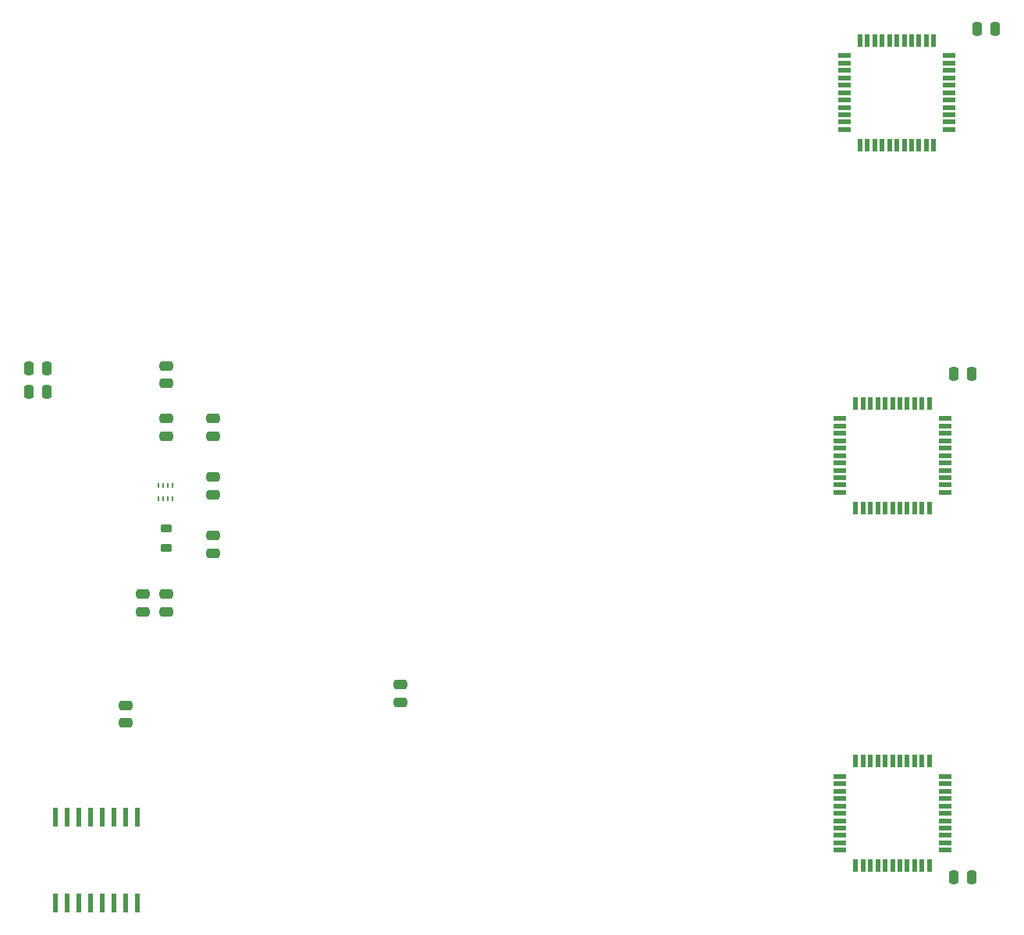
<source format=gtp>
G04 #@! TF.GenerationSoftware,KiCad,Pcbnew,7.0.10*
G04 #@! TF.CreationDate,2024-06-25T19:11:58-05:00*
G04 #@! TF.ProjectId,DMClockPanel,444d436c-6f63-46b5-9061-6e656c2e6b69,rev?*
G04 #@! TF.SameCoordinates,Original*
G04 #@! TF.FileFunction,Paste,Top*
G04 #@! TF.FilePolarity,Positive*
%FSLAX46Y46*%
G04 Gerber Fmt 4.6, Leading zero omitted, Abs format (unit mm)*
G04 Created by KiCad (PCBNEW 7.0.10) date 2024-06-25 19:11:58*
%MOMM*%
%LPD*%
G01*
G04 APERTURE LIST*
G04 Aperture macros list*
%AMRoundRect*
0 Rectangle with rounded corners*
0 $1 Rounding radius*
0 $2 $3 $4 $5 $6 $7 $8 $9 X,Y pos of 4 corners*
0 Add a 4 corners polygon primitive as box body*
4,1,4,$2,$3,$4,$5,$6,$7,$8,$9,$2,$3,0*
0 Add four circle primitives for the rounded corners*
1,1,$1+$1,$2,$3*
1,1,$1+$1,$4,$5*
1,1,$1+$1,$6,$7*
1,1,$1+$1,$8,$9*
0 Add four rect primitives between the rounded corners*
20,1,$1+$1,$2,$3,$4,$5,0*
20,1,$1+$1,$4,$5,$6,$7,0*
20,1,$1+$1,$6,$7,$8,$9,0*
20,1,$1+$1,$8,$9,$2,$3,0*%
G04 Aperture macros list end*
%ADD10RoundRect,0.250000X0.250000X0.475000X-0.250000X0.475000X-0.250000X-0.475000X0.250000X-0.475000X0*%
%ADD11RoundRect,0.250000X-0.475000X0.250000X-0.475000X-0.250000X0.475000X-0.250000X0.475000X0.250000X0*%
%ADD12RoundRect,0.250000X0.475000X-0.250000X0.475000X0.250000X-0.475000X0.250000X-0.475000X-0.250000X0*%
%ADD13RoundRect,0.250000X-0.250000X-0.475000X0.250000X-0.475000X0.250000X0.475000X-0.250000X0.475000X0*%
%ADD14R,1.355600X0.500800*%
%ADD15R,0.500800X1.355600*%
%ADD16R,0.250000X0.600000*%
%ADD17RoundRect,0.218750X0.381250X-0.218750X0.381250X0.218750X-0.381250X0.218750X-0.381250X-0.218750X0*%
%ADD18RoundRect,0.073750X-0.221250X0.951250X-0.221250X-0.951250X0.221250X-0.951250X0.221250X0.951250X0*%
G04 APERTURE END LIST*
D10*
X95195000Y-87320000D03*
X93295000Y-87320000D03*
D11*
X108215000Y-87005000D03*
X108215000Y-88905000D03*
X113295000Y-99070000D03*
X113295000Y-100970000D03*
D12*
X133615000Y-123515000D03*
X133615000Y-121615000D03*
D13*
X93295000Y-89860000D03*
X95195000Y-89860000D03*
D11*
X108215000Y-92720000D03*
X108215000Y-94620000D03*
D14*
X181293006Y-92745598D03*
X181293006Y-93545599D03*
X181293006Y-94345598D03*
X181293006Y-95145599D03*
X181293006Y-95945597D03*
X181293006Y-96745598D03*
X181293006Y-97545599D03*
X181293006Y-98345597D03*
X181293006Y-99145598D03*
X181293006Y-99945597D03*
X181293006Y-100745598D03*
D15*
X182970805Y-102423397D03*
X183770806Y-102423397D03*
X184570805Y-102423397D03*
X185370806Y-102423397D03*
X186170804Y-102423397D03*
X186970805Y-102423397D03*
X187770806Y-102423397D03*
X188570804Y-102423397D03*
X189370805Y-102423397D03*
X190170804Y-102423397D03*
X190970805Y-102423397D03*
D14*
X192648604Y-100745598D03*
X192648604Y-99945597D03*
X192648604Y-99145598D03*
X192648604Y-98345597D03*
X192648604Y-97545599D03*
X192648604Y-96745598D03*
X192648604Y-95945597D03*
X192648604Y-95145599D03*
X192648604Y-94345598D03*
X192648604Y-93545599D03*
X192648604Y-92745598D03*
D15*
X190970805Y-91067799D03*
X190170804Y-91067799D03*
X189370805Y-91067799D03*
X188570804Y-91067799D03*
X187770806Y-91067799D03*
X186970805Y-91067799D03*
X186170804Y-91067799D03*
X185370806Y-91067799D03*
X184570805Y-91067799D03*
X183770806Y-91067799D03*
X182970805Y-91067799D03*
D12*
X108215000Y-113670000D03*
X108215000Y-111770000D03*
D13*
X196180805Y-50427799D03*
X198080805Y-50427799D03*
D12*
X103770000Y-125735000D03*
X103770000Y-123835000D03*
D14*
X181763005Y-53375598D03*
X181763005Y-54175599D03*
X181763005Y-54975598D03*
X181763005Y-55775599D03*
X181763005Y-56575597D03*
X181763005Y-57375598D03*
X181763005Y-58175599D03*
X181763005Y-58975597D03*
X181763005Y-59775598D03*
X181763005Y-60575597D03*
X181763005Y-61375598D03*
D15*
X183440804Y-63053397D03*
X184240805Y-63053397D03*
X185040804Y-63053397D03*
X185840805Y-63053397D03*
X186640803Y-63053397D03*
X187440804Y-63053397D03*
X188240805Y-63053397D03*
X189040803Y-63053397D03*
X189840804Y-63053397D03*
X190640803Y-63053397D03*
X191440804Y-63053397D03*
D14*
X193118603Y-61375598D03*
X193118603Y-60575597D03*
X193118603Y-59775598D03*
X193118603Y-58975597D03*
X193118603Y-58175599D03*
X193118603Y-57375598D03*
X193118603Y-56575597D03*
X193118603Y-55775599D03*
X193118603Y-54975598D03*
X193118603Y-54175599D03*
X193118603Y-53375598D03*
D15*
X191440804Y-51697799D03*
X190640803Y-51697799D03*
X189840804Y-51697799D03*
X189040803Y-51697799D03*
X188240805Y-51697799D03*
X187440804Y-51697799D03*
X186640803Y-51697799D03*
X185840805Y-51697799D03*
X185040804Y-51697799D03*
X184240805Y-51697799D03*
X183440804Y-51697799D03*
D14*
X181293006Y-131555000D03*
X181293006Y-132355001D03*
X181293006Y-133155000D03*
X181293006Y-133955001D03*
X181293006Y-134754999D03*
X181293006Y-135555000D03*
X181293006Y-136355001D03*
X181293006Y-137154999D03*
X181293006Y-137955000D03*
X181293006Y-138754999D03*
X181293006Y-139555000D03*
D15*
X182970805Y-141232799D03*
X183770806Y-141232799D03*
X184570805Y-141232799D03*
X185370806Y-141232799D03*
X186170804Y-141232799D03*
X186970805Y-141232799D03*
X187770806Y-141232799D03*
X188570804Y-141232799D03*
X189370805Y-141232799D03*
X190170804Y-141232799D03*
X190970805Y-141232799D03*
D14*
X192648604Y-139555000D03*
X192648604Y-138754999D03*
X192648604Y-137955000D03*
X192648604Y-137154999D03*
X192648604Y-136355001D03*
X192648604Y-135555000D03*
X192648604Y-134754999D03*
X192648604Y-133955001D03*
X192648604Y-133155000D03*
X192648604Y-132355001D03*
X192648604Y-131555000D03*
D15*
X190970805Y-129877201D03*
X190170804Y-129877201D03*
X189370805Y-129877201D03*
X188570804Y-129877201D03*
X187770806Y-129877201D03*
X186970805Y-129877201D03*
X186170804Y-129877201D03*
X185370806Y-129877201D03*
X184570805Y-129877201D03*
X183770806Y-129877201D03*
X182970805Y-129877201D03*
D13*
X193640805Y-142502799D03*
X195540805Y-142502799D03*
D11*
X113295000Y-105420000D03*
X113295000Y-107320000D03*
X105675000Y-111770000D03*
X105675000Y-113670000D03*
D16*
X107350000Y-101420000D03*
X107850000Y-101420000D03*
X108350000Y-101420000D03*
X108850000Y-101420000D03*
X108850000Y-100020000D03*
X108350000Y-100020000D03*
X107850000Y-100020000D03*
X107350000Y-100020000D03*
D11*
X113295000Y-92720000D03*
X113295000Y-94620000D03*
D13*
X193640805Y-87892799D03*
X195540805Y-87892799D03*
D17*
X108215000Y-106797500D03*
X108215000Y-104672500D03*
D18*
X105040002Y-136005000D03*
X103770002Y-136005000D03*
X102500002Y-136005000D03*
X101230002Y-136005000D03*
X99960002Y-136005000D03*
X98690002Y-136005000D03*
X97420002Y-136005000D03*
X96150002Y-136005000D03*
X96150002Y-145315000D03*
X97420002Y-145315000D03*
X98690002Y-145315000D03*
X99960002Y-145315000D03*
X101230002Y-145315000D03*
X102500002Y-145315000D03*
X103770002Y-145315000D03*
X105040002Y-145315000D03*
M02*

</source>
